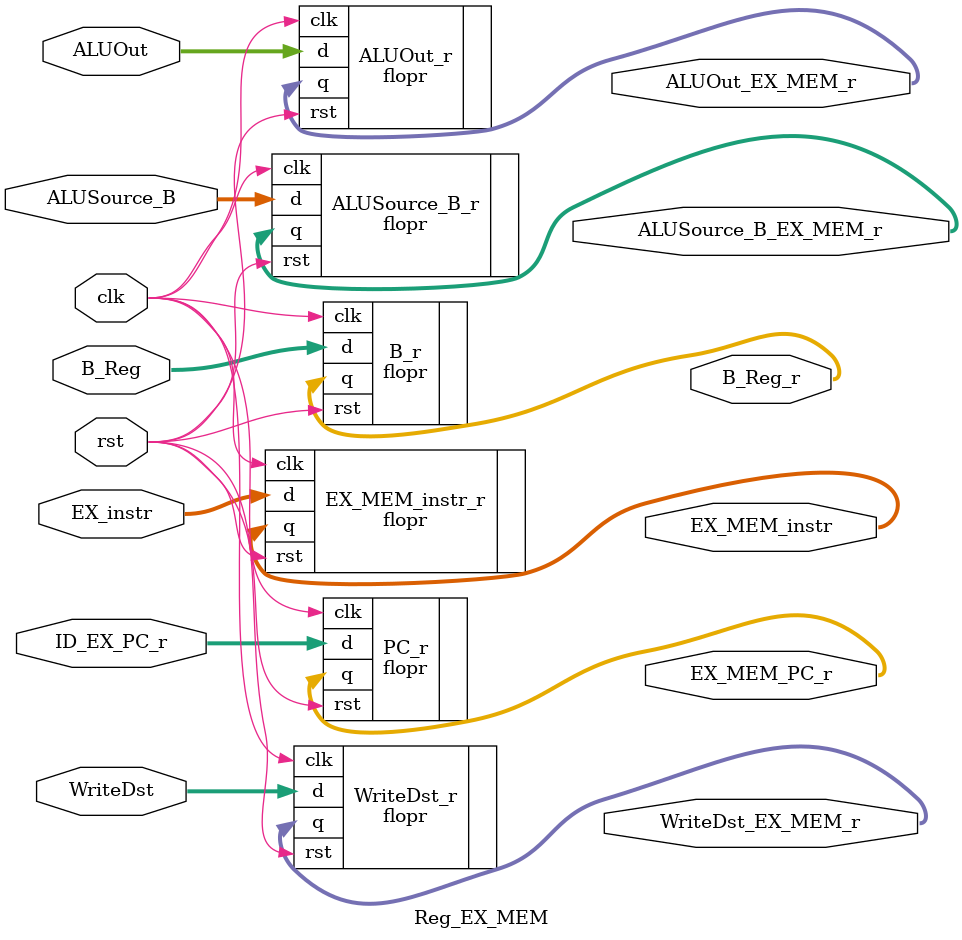
<source format=v>
`include "flopr.v"
module Reg_EX_MEM( clk, rst,
	EX_instr, EX_MEM_instr,
	ALUOut, ALUSource_B, WriteDst, 
	ALUOut_EX_MEM_r, ALUSource_B_EX_MEM_r, WriteDst_EX_MEM_r,
	B_Reg, B_Reg_r,
	ID_EX_PC_r, EX_MEM_PC_r
	);

	
	input clk, rst;
	//input	[31:0]	ID_EX_PC_Add_r;
	input	[31:0]	EX_instr;
	input	[31:0]	ALUOut;
	input	[31:0]	ALUSource_B;
	input	[4:0]	WriteDst;
	input	[31:0]	B_Reg;
	input	[29:0]	ID_EX_PC_r;
	
	//output	[31:0]	EX_MEM_PC_Add_r;
	output	[31:0]	EX_MEM_instr;
	output	[31:0]	ALUOut_EX_MEM_r;
	output	[31:0]	ALUSource_B_EX_MEM_r;
	output	[4:0]	WriteDst_EX_MEM_r;
	output	[31:0]	B_Reg_r;
	output	[29:0]	EX_MEM_PC_r;

	/*
	flopr #(.WIDTH(32))	PC_Add_r (
		.clk(clk), .rst(rst), .d(ID_EX_PC_Add_r), .q(EX_MEM_PC_Add_r)
	);
	*/
   
	flopr #(.WIDTH(32))	EX_MEM_instr_r (
		.clk(clk), .rst(rst), .d(EX_instr), .q(EX_MEM_instr)
	);

	flopr #(.WIDTH(32))	ALUOut_r(
		.clk(clk), .rst(rst), .d(ALUOut), .q(ALUOut_EX_MEM_r)
	);

	flopr #(.WIDTH(32))	ALUSource_B_r(
		.clk(clk), .rst(rst), .d(ALUSource_B), .q(ALUSource_B_EX_MEM_r)
	);

	flopr #(.WIDTH(5))	WriteDst_r(
		.clk(clk), .rst(rst), .d(WriteDst), .q(WriteDst_EX_MEM_r)
	);

	flopr #(.WIDTH(32)) B_r (
		.clk(clk), .rst(rst), .d(B_Reg), .q(B_Reg_r)
	);

	flopr #(.WIDTH(30)) PC_r (
		.clk(clk), .rst(rst), .d(ID_EX_PC_r), .q(EX_MEM_PC_r)
	);

endmodule

</source>
